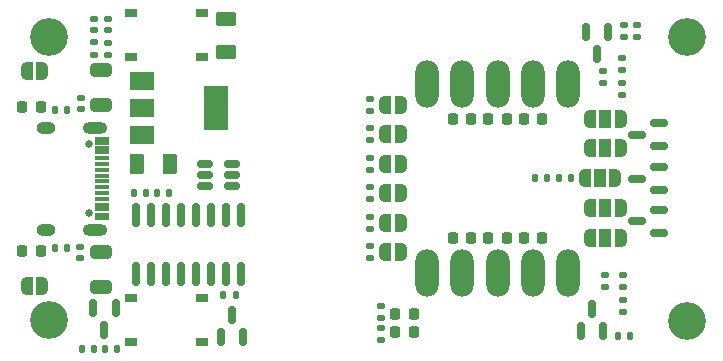
<source format=gbr>
%TF.GenerationSoftware,KiCad,Pcbnew,(6.0.0)*%
%TF.CreationDate,2022-03-26T23:52:19+13:00*%
%TF.ProjectId,Kea Nano PCB V1,4b656120-4e61-46e6-9f20-504342205631,rev?*%
%TF.SameCoordinates,Original*%
%TF.FileFunction,Soldermask,Top*%
%TF.FilePolarity,Negative*%
%FSLAX46Y46*%
G04 Gerber Fmt 4.6, Leading zero omitted, Abs format (unit mm)*
G04 Created by KiCad (PCBNEW (6.0.0)) date 2022-03-26 23:52:19*
%MOMM*%
%LPD*%
G01*
G04 APERTURE LIST*
G04 Aperture macros list*
%AMRoundRect*
0 Rectangle with rounded corners*
0 $1 Rounding radius*
0 $2 $3 $4 $5 $6 $7 $8 $9 X,Y pos of 4 corners*
0 Add a 4 corners polygon primitive as box body*
4,1,4,$2,$3,$4,$5,$6,$7,$8,$9,$2,$3,0*
0 Add four circle primitives for the rounded corners*
1,1,$1+$1,$2,$3*
1,1,$1+$1,$4,$5*
1,1,$1+$1,$6,$7*
1,1,$1+$1,$8,$9*
0 Add four rect primitives between the rounded corners*
20,1,$1+$1,$2,$3,$4,$5,0*
20,1,$1+$1,$4,$5,$6,$7,0*
20,1,$1+$1,$6,$7,$8,$9,0*
20,1,$1+$1,$8,$9,$2,$3,0*%
%AMFreePoly0*
4,1,22,0.550000,-0.750000,0.000000,-0.750000,0.000000,-0.745033,-0.079941,-0.743568,-0.215256,-0.701293,-0.333266,-0.622738,-0.424486,-0.514219,-0.481581,-0.384460,-0.499164,-0.250000,-0.500000,-0.250000,-0.500000,0.250000,-0.499164,0.250000,-0.499963,0.256109,-0.478152,0.396186,-0.417904,0.524511,-0.324060,0.630769,-0.204165,0.706417,-0.067858,0.745374,0.000000,0.744959,0.000000,0.750000,
0.550000,0.750000,0.550000,-0.750000,0.550000,-0.750000,$1*%
%AMFreePoly1*
4,1,20,0.000000,0.744959,0.073905,0.744508,0.209726,0.703889,0.328688,0.626782,0.421226,0.519385,0.479903,0.390333,0.500000,0.250000,0.500000,-0.250000,0.499851,-0.262216,0.476331,-0.402017,0.414519,-0.529596,0.319384,-0.634700,0.198574,-0.708877,0.061801,-0.746166,0.000000,-0.745033,0.000000,-0.750000,-0.550000,-0.750000,-0.550000,0.750000,0.000000,0.750000,0.000000,0.744959,
0.000000,0.744959,$1*%
%AMFreePoly2*
4,1,22,0.500000,-0.750000,0.000000,-0.750000,0.000000,-0.745033,-0.079941,-0.743568,-0.215256,-0.701293,-0.333266,-0.622738,-0.424486,-0.514219,-0.481581,-0.384460,-0.499164,-0.250000,-0.500000,-0.250000,-0.500000,0.250000,-0.499164,0.250000,-0.499963,0.256109,-0.478152,0.396186,-0.417904,0.524511,-0.324060,0.630769,-0.204165,0.706417,-0.067858,0.745374,0.000000,0.744959,0.000000,0.750000,
0.500000,0.750000,0.500000,-0.750000,0.500000,-0.750000,$1*%
%AMFreePoly3*
4,1,20,0.000000,0.744959,0.073905,0.744508,0.209726,0.703889,0.328688,0.626782,0.421226,0.519385,0.479903,0.390333,0.500000,0.250000,0.500000,-0.250000,0.499851,-0.262216,0.476331,-0.402017,0.414519,-0.529596,0.319384,-0.634700,0.198574,-0.708877,0.061801,-0.746166,0.000000,-0.745033,0.000000,-0.750000,-0.500000,-0.750000,-0.500000,0.750000,0.000000,0.750000,0.000000,0.744959,
0.000000,0.744959,$1*%
G04 Aperture macros list end*
%ADD10RoundRect,0.218750X0.218750X0.256250X-0.218750X0.256250X-0.218750X-0.256250X0.218750X-0.256250X0*%
%ADD11RoundRect,1.000000X0.000000X1.000000X0.000000X1.000000X0.000000X-1.000000X0.000000X-1.000000X0*%
%ADD12RoundRect,0.135000X0.185000X-0.135000X0.185000X0.135000X-0.185000X0.135000X-0.185000X-0.135000X0*%
%ADD13RoundRect,0.140000X-0.170000X0.140000X-0.170000X-0.140000X0.170000X-0.140000X0.170000X0.140000X0*%
%ADD14FreePoly0,0.000000*%
%ADD15R,1.000000X1.500000*%
%ADD16FreePoly1,0.000000*%
%ADD17R,1.000000X0.750000*%
%ADD18RoundRect,0.250000X0.625000X-0.375000X0.625000X0.375000X-0.625000X0.375000X-0.625000X-0.375000X0*%
%ADD19RoundRect,0.150000X0.150000X-0.587500X0.150000X0.587500X-0.150000X0.587500X-0.150000X-0.587500X0*%
%ADD20RoundRect,0.250000X0.650000X-0.325000X0.650000X0.325000X-0.650000X0.325000X-0.650000X-0.325000X0*%
%ADD21RoundRect,0.150000X-0.150000X0.587500X-0.150000X-0.587500X0.150000X-0.587500X0.150000X0.587500X0*%
%ADD22RoundRect,0.250000X0.375000X0.625000X-0.375000X0.625000X-0.375000X-0.625000X0.375000X-0.625000X0*%
%ADD23FreePoly2,180.000000*%
%ADD24FreePoly3,180.000000*%
%ADD25RoundRect,0.135000X0.135000X0.185000X-0.135000X0.185000X-0.135000X-0.185000X0.135000X-0.185000X0*%
%ADD26C,3.200000*%
%ADD27RoundRect,0.150000X-0.512500X-0.150000X0.512500X-0.150000X0.512500X0.150000X-0.512500X0.150000X0*%
%ADD28RoundRect,0.150000X-0.150000X0.850000X-0.150000X-0.850000X0.150000X-0.850000X0.150000X0.850000X0*%
%ADD29FreePoly2,0.000000*%
%ADD30FreePoly3,0.000000*%
%ADD31RoundRect,1.000000X0.000000X-1.000000X0.000000X-1.000000X0.000000X1.000000X0.000000X1.000000X0*%
%ADD32RoundRect,0.135000X-0.135000X-0.185000X0.135000X-0.185000X0.135000X0.185000X-0.135000X0.185000X0*%
%ADD33RoundRect,0.150000X0.587500X0.150000X-0.587500X0.150000X-0.587500X-0.150000X0.587500X-0.150000X0*%
%ADD34RoundRect,0.135000X-0.185000X0.135000X-0.185000X-0.135000X0.185000X-0.135000X0.185000X0.135000X0*%
%ADD35R,2.000000X1.500000*%
%ADD36R,2.000000X3.800000*%
%ADD37C,0.650000*%
%ADD38R,1.150000X0.300000*%
%ADD39O,2.100000X1.000000*%
%ADD40O,1.600000X1.000000*%
%ADD41RoundRect,0.140000X0.170000X-0.140000X0.170000X0.140000X-0.170000X0.140000X-0.170000X-0.140000X0*%
G04 APERTURE END LIST*
D10*
%TO.C,D5*%
X191767500Y-120000000D03*
X190192500Y-120000000D03*
%TD*%
D11*
%TO.C,GND1*%
X185000000Y-123000000D03*
%TD*%
D12*
%TO.C,R11*%
X158000000Y-104520000D03*
X158000000Y-103500000D03*
%TD*%
D13*
%TO.C,C6*%
X155670000Y-120780000D03*
X155670000Y-121740000D03*
%TD*%
D12*
%TO.C,R18*%
X180200000Y-109260000D03*
X180200000Y-108240000D03*
%TD*%
%TO.C,R10*%
X180200000Y-121760000D03*
X180200000Y-120740000D03*
%TD*%
D14*
%TO.C,JP2*%
X198360000Y-114980000D03*
D15*
X199660000Y-114980000D03*
D16*
X200960000Y-114980000D03*
%TD*%
D17*
%TO.C,SW2*%
X160000000Y-101000000D03*
X166000000Y-101000000D03*
X166000000Y-104750000D03*
X160000000Y-104750000D03*
%TD*%
D14*
%TO.C,JP12*%
X198810000Y-112455000D03*
D15*
X200110000Y-112455000D03*
D16*
X201410000Y-112455000D03*
%TD*%
D12*
%TO.C,R4*%
X180200000Y-116760000D03*
X180200000Y-115740000D03*
%TD*%
D10*
%TO.C,D4*%
X194767500Y-120000000D03*
X193192500Y-120000000D03*
%TD*%
D18*
%TO.C,F1*%
X168000000Y-104300000D03*
X168000000Y-101500000D03*
%TD*%
D14*
%TO.C,JP10*%
X198810000Y-109930000D03*
D15*
X200110000Y-109930000D03*
D16*
X201410000Y-109930000D03*
%TD*%
D19*
%TO.C,Q6*%
X167560000Y-128425000D03*
X169460000Y-128425000D03*
X168510000Y-126550000D03*
%TD*%
D10*
%TO.C,D1*%
X188767500Y-120000000D03*
X187192500Y-120000000D03*
%TD*%
D20*
%TO.C,C5*%
X157400000Y-124150000D03*
X157400000Y-121200000D03*
%TD*%
D13*
%TO.C,C2*%
X158000000Y-101500000D03*
X158000000Y-102460000D03*
%TD*%
D21*
%TO.C,Q5*%
X158650000Y-125962500D03*
X156750000Y-125962500D03*
X157700000Y-127837500D03*
%TD*%
D22*
%TO.C,F2*%
X163300000Y-113800000D03*
X160500000Y-113800000D03*
%TD*%
D23*
%TO.C,JP3*%
X182800000Y-121250000D03*
D24*
X181500000Y-121250000D03*
%TD*%
D13*
%TO.C,C4*%
X156800000Y-101500000D03*
X156800000Y-102460000D03*
%TD*%
D25*
%TO.C,R23*%
X168810000Y-124900000D03*
X167790000Y-124900000D03*
%TD*%
D26*
%TO.C,H3*%
X207000000Y-103000000D03*
%TD*%
D10*
%TO.C,D3*%
X183917500Y-126470000D03*
X182342500Y-126470000D03*
%TD*%
D27*
%TO.C,U3*%
X166250000Y-113750000D03*
X166250000Y-114700000D03*
X166250000Y-115650000D03*
X168525000Y-115650000D03*
X168525000Y-114700000D03*
X168525000Y-113750000D03*
%TD*%
D12*
%TO.C,R7*%
X181130000Y-128690000D03*
X181130000Y-127670000D03*
%TD*%
D28*
%TO.C,U4*%
X169290000Y-118100000D03*
X168020000Y-118100000D03*
X166750000Y-118100000D03*
X165480000Y-118100000D03*
X164210000Y-118100000D03*
X162940000Y-118100000D03*
X161670000Y-118100000D03*
X160400000Y-118100000D03*
X160400000Y-123100000D03*
X161670000Y-123100000D03*
X162940000Y-123100000D03*
X164210000Y-123100000D03*
X165480000Y-123100000D03*
X166750000Y-123100000D03*
X168020000Y-123100000D03*
X169290000Y-123100000D03*
%TD*%
D29*
%TO.C,JP7*%
X151150000Y-105900000D03*
D30*
X152450000Y-105900000D03*
%TD*%
D21*
%TO.C,Q4*%
X200350000Y-102562500D03*
X198450000Y-102562500D03*
X199400000Y-104437500D03*
%TD*%
D26*
%TO.C,H1*%
X207000000Y-127080000D03*
%TD*%
D10*
%TO.C,D7*%
X194767500Y-110000000D03*
X193192500Y-110000000D03*
%TD*%
D31*
%TO.C,IO21*%
X191000000Y-107000000D03*
%TD*%
D25*
%TO.C,R28*%
X154530000Y-120840000D03*
X153510000Y-120840000D03*
%TD*%
D11*
%TO.C,3.3V1*%
X197000000Y-123000000D03*
%TD*%
%TO.C,IO14*%
X194000000Y-123000000D03*
%TD*%
D25*
%TO.C,R6*%
X197180000Y-114990000D03*
X196160000Y-114990000D03*
%TD*%
%TO.C,R24*%
X156810000Y-129400000D03*
X155790000Y-129400000D03*
%TD*%
D32*
%TO.C,R1*%
X157790000Y-129400000D03*
X158810000Y-129400000D03*
%TD*%
D23*
%TO.C,JP5*%
X182800000Y-118750000D03*
D24*
X181500000Y-118750000D03*
%TD*%
D33*
%TO.C,Q7*%
X204667500Y-112230000D03*
X204667500Y-110330000D03*
X202792500Y-111280000D03*
%TD*%
D34*
%TO.C,R8*%
X181130000Y-125760000D03*
X181130000Y-126780000D03*
%TD*%
D32*
%TO.C,R27*%
X194180000Y-114990000D03*
X195200000Y-114990000D03*
%TD*%
D25*
%TO.C,R3*%
X161210000Y-116200000D03*
X160190000Y-116200000D03*
%TD*%
D26*
%TO.C,H2*%
X153000000Y-127000000D03*
%TD*%
D12*
%TO.C,R22*%
X180200000Y-114260000D03*
X180200000Y-113240000D03*
%TD*%
D31*
%TO.C,5V1*%
X194000000Y-107000000D03*
%TD*%
D12*
%TO.C,R5*%
X199900000Y-106920000D03*
X199900000Y-105900000D03*
%TD*%
D31*
%TO.C,GND2*%
X185000000Y-107000000D03*
%TD*%
D35*
%TO.C,U1*%
X160850000Y-106700000D03*
X160850000Y-109000000D03*
X160850000Y-111300000D03*
D36*
X167150000Y-109000000D03*
%TD*%
D32*
%TO.C,R12*%
X201180000Y-128300000D03*
X202200000Y-128300000D03*
%TD*%
D26*
%TO.C,H4*%
X153000000Y-103000000D03*
%TD*%
D12*
%TO.C,R14*%
X180200000Y-119260000D03*
X180200000Y-118240000D03*
%TD*%
D34*
%TO.C,R13*%
X200100000Y-123180000D03*
X200100000Y-124200000D03*
%TD*%
D14*
%TO.C,JP6*%
X198810000Y-117505000D03*
D15*
X200110000Y-117505000D03*
D16*
X201410000Y-117505000D03*
%TD*%
D11*
%TO.C,IO32*%
X188000000Y-123000000D03*
%TD*%
D12*
%TO.C,R17*%
X201600000Y-126310000D03*
X201600000Y-125290000D03*
%TD*%
D33*
%TO.C,Q3*%
X204657500Y-119580000D03*
X204657500Y-117680000D03*
X202782500Y-118630000D03*
%TD*%
D34*
%TO.C,R9*%
X156800000Y-103480000D03*
X156800000Y-104500000D03*
%TD*%
%TO.C,R16*%
X201600000Y-123190000D03*
X201600000Y-124210000D03*
%TD*%
D11*
%TO.C,IO15*%
X191000000Y-123000000D03*
%TD*%
D34*
%TO.C,R20*%
X201500000Y-104780000D03*
X201500000Y-105800000D03*
%TD*%
D31*
%TO.C,IO36*%
X197000000Y-107000000D03*
%TD*%
D19*
%TO.C,Q2*%
X198050000Y-127937500D03*
X199950000Y-127937500D03*
X199000000Y-126062500D03*
%TD*%
D10*
%TO.C,D2*%
X183917500Y-127970000D03*
X182342500Y-127970000D03*
%TD*%
D23*
%TO.C,JP8*%
X182800000Y-108750000D03*
D24*
X181500000Y-108750000D03*
%TD*%
D17*
%TO.C,SW1*%
X160000000Y-125125000D03*
X166000000Y-125125000D03*
X160000000Y-128875000D03*
X166000000Y-128875000D03*
%TD*%
D29*
%TO.C,JP13*%
X151150000Y-124100000D03*
D30*
X152450000Y-124100000D03*
%TD*%
D10*
%TO.C,D8*%
X188767500Y-110000000D03*
X187192500Y-110000000D03*
%TD*%
D20*
%TO.C,C1*%
X157400000Y-108800000D03*
X157400000Y-105850000D03*
%TD*%
D37*
%TO.C,J1*%
X156405000Y-112110000D03*
X156405000Y-117890000D03*
D38*
X157470000Y-111650000D03*
X157470000Y-112450000D03*
X157470000Y-113750000D03*
X157470000Y-114750000D03*
X157470000Y-115250000D03*
X157470000Y-116250000D03*
X157470000Y-117550000D03*
X157470000Y-118350000D03*
X157470000Y-118050000D03*
X157470000Y-117250000D03*
X157470000Y-116750000D03*
X157470000Y-115750000D03*
X157470000Y-114250000D03*
X157470000Y-113250000D03*
X157470000Y-112750000D03*
X157470000Y-111950000D03*
D39*
X156905000Y-110680000D03*
X156905000Y-119320000D03*
D40*
X152725000Y-119320000D03*
X152725000Y-110680000D03*
%TD*%
D32*
%TO.C,R15*%
X153500000Y-109160000D03*
X154520000Y-109160000D03*
%TD*%
D41*
%TO.C,C3*%
X155700000Y-109100000D03*
X155700000Y-108140000D03*
%TD*%
D31*
%TO.C,IO22*%
X188000000Y-107000000D03*
%TD*%
D12*
%TO.C,R25*%
X201500000Y-107910000D03*
X201500000Y-106890000D03*
%TD*%
D33*
%TO.C,Q1*%
X204667500Y-115950000D03*
X204667500Y-114050000D03*
X202792500Y-115000000D03*
%TD*%
D12*
%TO.C,R21*%
X201730000Y-103040000D03*
X201730000Y-102020000D03*
%TD*%
%TO.C,R26*%
X202830000Y-103040000D03*
X202830000Y-102020000D03*
%TD*%
D10*
%TO.C,D6*%
X152337500Y-108910000D03*
X150762500Y-108910000D03*
%TD*%
%TO.C,D10*%
X152345000Y-121100000D03*
X150770000Y-121100000D03*
%TD*%
D23*
%TO.C,JP1*%
X182800000Y-116250000D03*
D24*
X181500000Y-116250000D03*
%TD*%
D12*
%TO.C,R19*%
X180200000Y-111760000D03*
X180200000Y-110740000D03*
%TD*%
D14*
%TO.C,JP4*%
X198810000Y-120030000D03*
D15*
X200110000Y-120030000D03*
D16*
X201410000Y-120030000D03*
%TD*%
D23*
%TO.C,JP9*%
X182800000Y-111250000D03*
D24*
X181500000Y-111250000D03*
%TD*%
D23*
%TO.C,JP11*%
X182800000Y-113750000D03*
D24*
X181500000Y-113750000D03*
%TD*%
D32*
%TO.C,R2*%
X162190000Y-116200000D03*
X163210000Y-116200000D03*
%TD*%
D10*
%TO.C,D9*%
X191767500Y-110000000D03*
X190192500Y-110000000D03*
%TD*%
M02*

</source>
